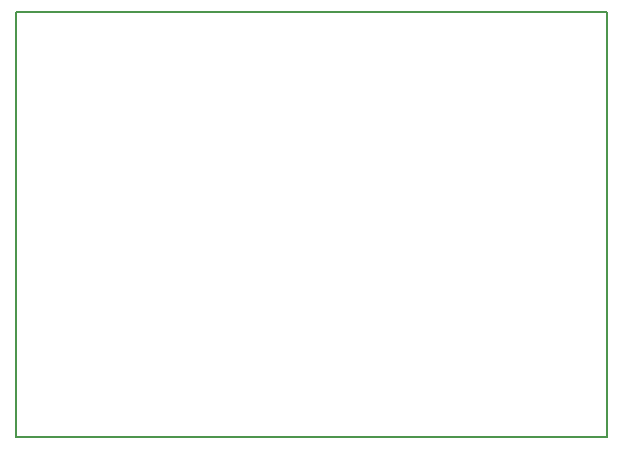
<source format=gm1>
%FSLAX23Y23*%
%MOIN*%
G70*
G01*
G75*
G04 Layer_Color=16711935*
%ADD10R,0.031X0.035*%
%ADD11R,0.051X0.073*%
%ADD12R,0.039X0.039*%
%ADD13R,0.087X0.039*%
%ADD14R,0.071X0.028*%
%ADD15R,0.028X0.071*%
%ADD16R,0.087X0.059*%
%ADD17R,0.118X0.063*%
%ADD18R,0.022X0.039*%
%ADD19C,0.012*%
%ADD20C,0.006*%
%ADD21R,0.087X0.063*%
%ADD22R,0.087X0.063*%
%ADD23R,0.063X0.087*%
%ADD24R,0.051X0.051*%
%ADD25C,0.051*%
%ADD26C,0.150*%
%ADD27C,0.059*%
%ADD28C,0.047*%
%ADD29C,0.020*%
%ADD30C,0.024*%
%ADD31R,0.079X0.039*%
%ADD32R,0.035X0.024*%
%ADD33R,0.035X0.031*%
%ADD34R,0.157X0.098*%
%ADD35R,0.150X0.071*%
%ADD36C,0.016*%
%ADD37C,0.001*%
%ADD38C,0.008*%
%ADD39R,0.004X0.004*%
%ADD40R,0.193X0.006*%
%ADD41R,0.161X0.006*%
%ADD42R,0.006X0.258*%
%ADD43R,0.006X0.259*%
%ADD44R,0.039X0.043*%
%ADD45R,0.059X0.081*%
%ADD46R,0.047X0.047*%
%ADD47R,0.095X0.047*%
%ADD48R,0.079X0.036*%
%ADD49R,0.036X0.079*%
%ADD50R,0.095X0.067*%
%ADD51R,0.126X0.071*%
%ADD52R,0.030X0.047*%
%ADD53R,0.095X0.071*%
%ADD54R,0.095X0.071*%
%ADD55R,0.071X0.095*%
%ADD56R,0.059X0.059*%
%ADD57C,0.059*%
%ADD58C,0.158*%
%ADD59C,0.067*%
%ADD60C,0.055*%
%ADD61R,0.087X0.047*%
%ADD62R,0.043X0.032*%
%ADD63R,0.043X0.039*%
%ADD64R,0.165X0.106*%
%ADD65R,0.158X0.079*%
%ADD66C,0.010*%
%ADD67C,0.002*%
%ADD68R,0.295X0.006*%
%ADD69R,0.295X0.006*%
%ADD70R,0.295X0.006*%
D38*
X984Y984D02*
Y2402D01*
X2953D01*
Y984D02*
Y2402D01*
X984Y984D02*
X2953D01*
M02*

</source>
